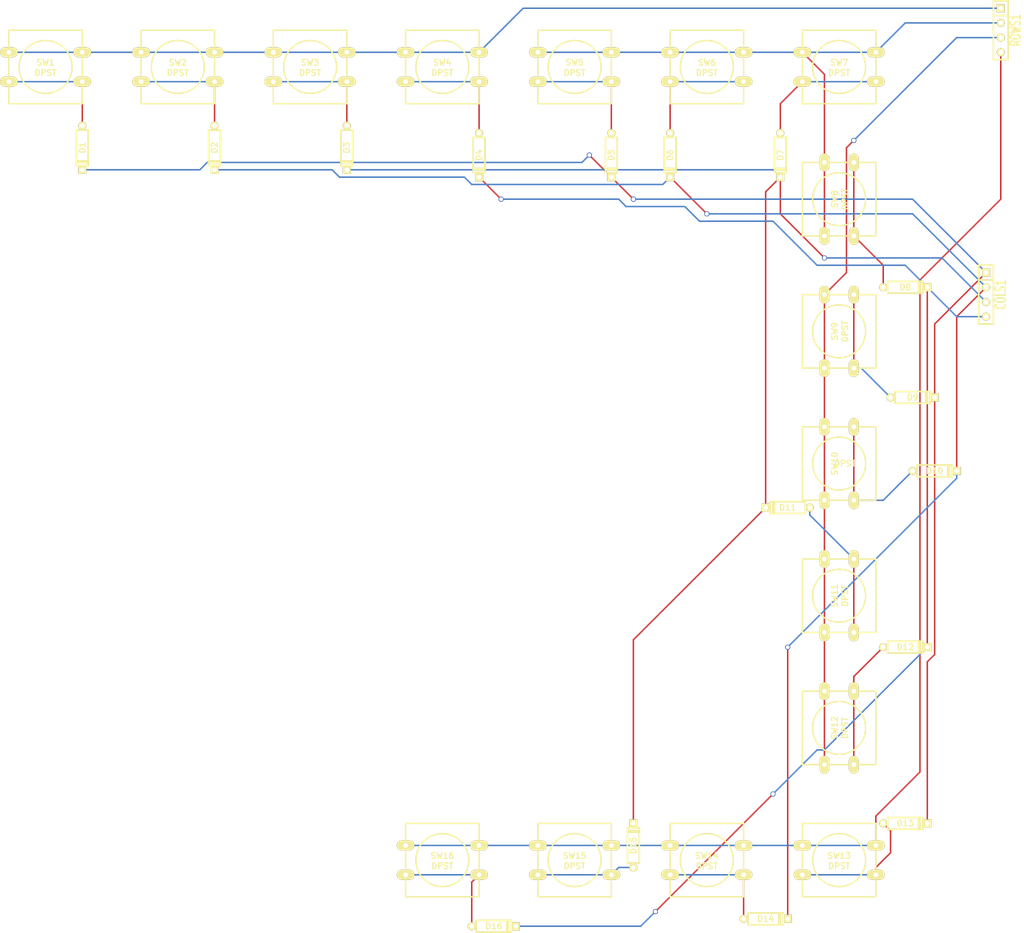
<source format=kicad_pcb>
(kicad_pcb (version 3) (host pcbnew "(2013-mar-25)-stable")

  (general
    (links 80)
    (no_connects 0)
    (area 170.18 90.17 347.98 252.73)
    (thickness 1.6)
    (drawings 0)
    (tracks 150)
    (zones 0)
    (modules 34)
    (nets 25)
  )

  (page A3)
  (layers
    (15 F.Cu signal)
    (0 B.Cu signal)
    (16 B.Adhes user)
    (17 F.Adhes user)
    (18 B.Paste user)
    (19 F.Paste user)
    (20 B.SilkS user)
    (21 F.SilkS user)
    (22 B.Mask user)
    (23 F.Mask user)
    (24 Dwgs.User user)
    (25 Cmts.User user)
    (26 Eco1.User user)
    (27 Eco2.User user)
    (28 Edge.Cuts user)
  )

  (setup
    (last_trace_width 0.254)
    (trace_clearance 0.254)
    (zone_clearance 0.508)
    (zone_45_only no)
    (trace_min 0.254)
    (segment_width 0.2)
    (edge_width 0.15)
    (via_size 0.889)
    (via_drill 0.635)
    (via_min_size 0.889)
    (via_min_drill 0.508)
    (uvia_size 0.508)
    (uvia_drill 0.127)
    (uvias_allowed no)
    (uvia_min_size 0.508)
    (uvia_min_drill 0.127)
    (pcb_text_width 0.3)
    (pcb_text_size 1.5 1.5)
    (mod_edge_width 0.15)
    (mod_text_size 1.5 1.5)
    (mod_text_width 0.15)
    (pad_size 1.524 1.524)
    (pad_drill 0.762)
    (pad_to_mask_clearance 0.2)
    (aux_axis_origin 0 0)
    (visible_elements FFFFFFBF)
    (pcbplotparams
      (layerselection 3178497)
      (usegerberextensions true)
      (excludeedgelayer true)
      (linewidth 100000)
      (plotframeref false)
      (viasonmask false)
      (mode 1)
      (useauxorigin false)
      (hpglpennumber 1)
      (hpglpenspeed 20)
      (hpglpendiameter 15)
      (hpglpenoverlay 2)
      (psnegative false)
      (psa4output false)
      (plotreference true)
      (plotvalue true)
      (plotothertext true)
      (plotinvisibletext false)
      (padsonsilk false)
      (subtractmaskfromsilk false)
      (outputformat 1)
      (mirror false)
      (drillshape 1)
      (scaleselection 1)
      (outputdirectory ""))
  )

  (net 0 "")
  (net 1 /a1)
  (net 2 /a2)
  (net 3 /a3)
  (net 4 /a4)
  (net 5 /c1)
  (net 6 /c2)
  (net 7 /c3)
  (net 8 /c4)
  (net 9 N-0000010)
  (net 10 N-0000012)
  (net 11 N-0000014)
  (net 12 N-0000015)
  (net 13 N-0000016)
  (net 14 N-0000017)
  (net 15 N-0000018)
  (net 16 N-0000019)
  (net 17 N-0000021)
  (net 18 N-0000022)
  (net 19 N-0000023)
  (net 20 N-0000024)
  (net 21 N-000003)
  (net 22 N-000005)
  (net 23 N-000007)
  (net 24 N-000008)

  (net_class Default "This is the default net class."
    (clearance 0.254)
    (trace_width 0.254)
    (via_dia 0.889)
    (via_drill 0.635)
    (uvia_dia 0.508)
    (uvia_drill 0.127)
    (add_net "")
    (add_net /a1)
    (add_net /a2)
    (add_net /a3)
    (add_net /a4)
    (add_net /c1)
    (add_net /c2)
    (add_net /c3)
    (add_net /c4)
    (add_net N-0000010)
    (add_net N-0000012)
    (add_net N-0000014)
    (add_net N-0000015)
    (add_net N-0000016)
    (add_net N-0000017)
    (add_net N-0000018)
    (add_net N-0000019)
    (add_net N-0000021)
    (add_net N-0000022)
    (add_net N-0000023)
    (add_net N-0000024)
    (add_net N-000003)
    (add_net N-000005)
    (add_net N-000007)
    (add_net N-000008)
  )

  (module SW_PUSH-12mm (layer F.Cu) (tedit 5214EF60) (tstamp 5214D9DF)
    (at 316.23 148.59 90)
    (path /5214D1C4)
    (fp_text reference SW9 (at 0 -0.762 90) (layer F.SilkS)
      (effects (font (size 1.016 1.016) (thickness 0.2032)))
    )
    (fp_text value DPST (at 0 1.016 90) (layer F.SilkS)
      (effects (font (size 1.016 1.016) (thickness 0.2032)))
    )
    (fp_circle (center 0 0) (end 3.81 2.54) (layer F.SilkS) (width 0.254))
    (fp_line (start -6.35 -6.35) (end 6.35 -6.35) (layer F.SilkS) (width 0.254))
    (fp_line (start 6.35 -6.35) (end 6.35 6.35) (layer F.SilkS) (width 0.254))
    (fp_line (start 6.35 6.35) (end -6.35 6.35) (layer F.SilkS) (width 0.254))
    (fp_line (start -6.35 6.35) (end -6.35 -6.35) (layer F.SilkS) (width 0.254))
    (pad 1 thru_hole oval (at 6.35 -2.54 90) (size 3.048 1.7272) (drill 0.8128)
      (layers *.Cu *.Mask F.SilkS)
      (net 3 /a3)
    )
    (pad 2 thru_hole oval (at 6.35 2.54 90) (size 3.048 1.7272) (drill 0.8128)
      (layers *.Cu *.Mask F.SilkS)
      (net 22 N-000005)
    )
    (pad 1 thru_hole oval (at -6.35 -2.54 90) (size 3.048 1.7272) (drill 0.8128)
      (layers *.Cu *.Mask F.SilkS)
      (net 3 /a3)
    )
    (pad 2 thru_hole oval (at -6.35 2.54 90) (size 3.048 1.7272) (drill 0.8128)
      (layers *.Cu *.Mask F.SilkS)
      (net 22 N-000005)
    )
  )

  (module SW_PUSH-12mm (layer F.Cu) (tedit 4C612761) (tstamp 5214D9EC)
    (at 316.23 125.73 90)
    (path /5214CF8D)
    (fp_text reference SW8 (at 0 -0.762 90) (layer F.SilkS)
      (effects (font (size 1.016 1.016) (thickness 0.2032)))
    )
    (fp_text value DPST (at 0 1.016 90) (layer F.SilkS)
      (effects (font (size 1.016 1.016) (thickness 0.2032)))
    )
    (fp_circle (center 0 0) (end 3.81 2.54) (layer F.SilkS) (width 0.254))
    (fp_line (start -6.35 -6.35) (end 6.35 -6.35) (layer F.SilkS) (width 0.254))
    (fp_line (start 6.35 -6.35) (end 6.35 6.35) (layer F.SilkS) (width 0.254))
    (fp_line (start 6.35 6.35) (end -6.35 6.35) (layer F.SilkS) (width 0.254))
    (fp_line (start -6.35 6.35) (end -6.35 -6.35) (layer F.SilkS) (width 0.254))
    (pad 1 thru_hole oval (at 6.35 -2.54 90) (size 3.048 1.7272) (drill 0.8128)
      (layers *.Cu *.Mask F.SilkS)
      (net 2 /a2)
    )
    (pad 2 thru_hole oval (at 6.35 2.54 90) (size 3.048 1.7272) (drill 0.8128)
      (layers *.Cu *.Mask F.SilkS)
      (net 19 N-0000023)
    )
    (pad 1 thru_hole oval (at -6.35 -2.54 90) (size 3.048 1.7272) (drill 0.8128)
      (layers *.Cu *.Mask F.SilkS)
      (net 2 /a2)
    )
    (pad 2 thru_hole oval (at -6.35 2.54 90) (size 3.048 1.7272) (drill 0.8128)
      (layers *.Cu *.Mask F.SilkS)
      (net 19 N-0000023)
    )
  )

  (module SW_PUSH-12mm (layer F.Cu) (tedit 4C612761) (tstamp 5214D9F9)
    (at 179.07 102.87)
    (path /5214C224)
    (fp_text reference SW1 (at 0 -0.762) (layer F.SilkS)
      (effects (font (size 1.016 1.016) (thickness 0.2032)))
    )
    (fp_text value DPST (at 0 1.016) (layer F.SilkS)
      (effects (font (size 1.016 1.016) (thickness 0.2032)))
    )
    (fp_circle (center 0 0) (end 3.81 2.54) (layer F.SilkS) (width 0.254))
    (fp_line (start -6.35 -6.35) (end 6.35 -6.35) (layer F.SilkS) (width 0.254))
    (fp_line (start 6.35 -6.35) (end 6.35 6.35) (layer F.SilkS) (width 0.254))
    (fp_line (start 6.35 6.35) (end -6.35 6.35) (layer F.SilkS) (width 0.254))
    (fp_line (start -6.35 6.35) (end -6.35 -6.35) (layer F.SilkS) (width 0.254))
    (pad 1 thru_hole oval (at 6.35 -2.54) (size 3.048 1.7272) (drill 0.8128)
      (layers *.Cu *.Mask F.SilkS)
      (net 1 /a1)
    )
    (pad 2 thru_hole oval (at 6.35 2.54) (size 3.048 1.7272) (drill 0.8128)
      (layers *.Cu *.Mask F.SilkS)
      (net 11 N-0000014)
    )
    (pad 1 thru_hole oval (at -6.35 -2.54) (size 3.048 1.7272) (drill 0.8128)
      (layers *.Cu *.Mask F.SilkS)
      (net 1 /a1)
    )
    (pad 2 thru_hole oval (at -6.35 2.54) (size 3.048 1.7272) (drill 0.8128)
      (layers *.Cu *.Mask F.SilkS)
      (net 11 N-0000014)
    )
  )

  (module SW_PUSH-12mm (layer F.Cu) (tedit 4C612761) (tstamp 5214DA06)
    (at 201.93 102.87)
    (path /5214C23F)
    (fp_text reference SW2 (at 0 -0.762) (layer F.SilkS)
      (effects (font (size 1.016 1.016) (thickness 0.2032)))
    )
    (fp_text value DPST (at 0 1.016) (layer F.SilkS)
      (effects (font (size 1.016 1.016) (thickness 0.2032)))
    )
    (fp_circle (center 0 0) (end 3.81 2.54) (layer F.SilkS) (width 0.254))
    (fp_line (start -6.35 -6.35) (end 6.35 -6.35) (layer F.SilkS) (width 0.254))
    (fp_line (start 6.35 -6.35) (end 6.35 6.35) (layer F.SilkS) (width 0.254))
    (fp_line (start 6.35 6.35) (end -6.35 6.35) (layer F.SilkS) (width 0.254))
    (fp_line (start -6.35 6.35) (end -6.35 -6.35) (layer F.SilkS) (width 0.254))
    (pad 1 thru_hole oval (at 6.35 -2.54) (size 3.048 1.7272) (drill 0.8128)
      (layers *.Cu *.Mask F.SilkS)
      (net 1 /a1)
    )
    (pad 2 thru_hole oval (at 6.35 2.54) (size 3.048 1.7272) (drill 0.8128)
      (layers *.Cu *.Mask F.SilkS)
      (net 14 N-0000017)
    )
    (pad 1 thru_hole oval (at -6.35 -2.54) (size 3.048 1.7272) (drill 0.8128)
      (layers *.Cu *.Mask F.SilkS)
      (net 1 /a1)
    )
    (pad 2 thru_hole oval (at -6.35 2.54) (size 3.048 1.7272) (drill 0.8128)
      (layers *.Cu *.Mask F.SilkS)
      (net 14 N-0000017)
    )
  )

  (module SW_PUSH-12mm (layer F.Cu) (tedit 4C612761) (tstamp 5214DA13)
    (at 224.79 102.87)
    (path /5214C24A)
    (fp_text reference SW3 (at 0 -0.762) (layer F.SilkS)
      (effects (font (size 1.016 1.016) (thickness 0.2032)))
    )
    (fp_text value DPST (at 0 1.016) (layer F.SilkS)
      (effects (font (size 1.016 1.016) (thickness 0.2032)))
    )
    (fp_circle (center 0 0) (end 3.81 2.54) (layer F.SilkS) (width 0.254))
    (fp_line (start -6.35 -6.35) (end 6.35 -6.35) (layer F.SilkS) (width 0.254))
    (fp_line (start 6.35 -6.35) (end 6.35 6.35) (layer F.SilkS) (width 0.254))
    (fp_line (start 6.35 6.35) (end -6.35 6.35) (layer F.SilkS) (width 0.254))
    (fp_line (start -6.35 6.35) (end -6.35 -6.35) (layer F.SilkS) (width 0.254))
    (pad 1 thru_hole oval (at 6.35 -2.54) (size 3.048 1.7272) (drill 0.8128)
      (layers *.Cu *.Mask F.SilkS)
      (net 1 /a1)
    )
    (pad 2 thru_hole oval (at 6.35 2.54) (size 3.048 1.7272) (drill 0.8128)
      (layers *.Cu *.Mask F.SilkS)
      (net 15 N-0000018)
    )
    (pad 1 thru_hole oval (at -6.35 -2.54) (size 3.048 1.7272) (drill 0.8128)
      (layers *.Cu *.Mask F.SilkS)
      (net 1 /a1)
    )
    (pad 2 thru_hole oval (at -6.35 2.54) (size 3.048 1.7272) (drill 0.8128)
      (layers *.Cu *.Mask F.SilkS)
      (net 15 N-0000018)
    )
  )

  (module SW_PUSH-12mm (layer F.Cu) (tedit 4C612761) (tstamp 5214DA20)
    (at 247.65 102.87)
    (path /5214C252)
    (fp_text reference SW4 (at 0 -0.762) (layer F.SilkS)
      (effects (font (size 1.016 1.016) (thickness 0.2032)))
    )
    (fp_text value DPST (at 0 1.016) (layer F.SilkS)
      (effects (font (size 1.016 1.016) (thickness 0.2032)))
    )
    (fp_circle (center 0 0) (end 3.81 2.54) (layer F.SilkS) (width 0.254))
    (fp_line (start -6.35 -6.35) (end 6.35 -6.35) (layer F.SilkS) (width 0.254))
    (fp_line (start 6.35 -6.35) (end 6.35 6.35) (layer F.SilkS) (width 0.254))
    (fp_line (start 6.35 6.35) (end -6.35 6.35) (layer F.SilkS) (width 0.254))
    (fp_line (start -6.35 6.35) (end -6.35 -6.35) (layer F.SilkS) (width 0.254))
    (pad 1 thru_hole oval (at 6.35 -2.54) (size 3.048 1.7272) (drill 0.8128)
      (layers *.Cu *.Mask F.SilkS)
      (net 1 /a1)
    )
    (pad 2 thru_hole oval (at 6.35 2.54) (size 3.048 1.7272) (drill 0.8128)
      (layers *.Cu *.Mask F.SilkS)
      (net 16 N-0000019)
    )
    (pad 1 thru_hole oval (at -6.35 -2.54) (size 3.048 1.7272) (drill 0.8128)
      (layers *.Cu *.Mask F.SilkS)
      (net 1 /a1)
    )
    (pad 2 thru_hole oval (at -6.35 2.54) (size 3.048 1.7272) (drill 0.8128)
      (layers *.Cu *.Mask F.SilkS)
      (net 16 N-0000019)
    )
  )

  (module SW_PUSH-12mm (layer F.Cu) (tedit 4C612761) (tstamp 5214EFBF)
    (at 316.23 102.87)
    (path /5214CF87)
    (fp_text reference SW7 (at 0 -0.762) (layer F.SilkS)
      (effects (font (size 1.016 1.016) (thickness 0.2032)))
    )
    (fp_text value DPST (at 0 1.016) (layer F.SilkS)
      (effects (font (size 1.016 1.016) (thickness 0.2032)))
    )
    (fp_circle (center 0 0) (end 3.81 2.54) (layer F.SilkS) (width 0.254))
    (fp_line (start -6.35 -6.35) (end 6.35 -6.35) (layer F.SilkS) (width 0.254))
    (fp_line (start 6.35 -6.35) (end 6.35 6.35) (layer F.SilkS) (width 0.254))
    (fp_line (start 6.35 6.35) (end -6.35 6.35) (layer F.SilkS) (width 0.254))
    (fp_line (start -6.35 6.35) (end -6.35 -6.35) (layer F.SilkS) (width 0.254))
    (pad 1 thru_hole oval (at 6.35 -2.54) (size 3.048 1.7272) (drill 0.8128)
      (layers *.Cu *.Mask F.SilkS)
      (net 2 /a2)
    )
    (pad 2 thru_hole oval (at 6.35 2.54) (size 3.048 1.7272) (drill 0.8128)
      (layers *.Cu *.Mask F.SilkS)
      (net 18 N-0000022)
    )
    (pad 1 thru_hole oval (at -6.35 -2.54) (size 3.048 1.7272) (drill 0.8128)
      (layers *.Cu *.Mask F.SilkS)
      (net 2 /a2)
    )
    (pad 2 thru_hole oval (at -6.35 2.54) (size 3.048 1.7272) (drill 0.8128)
      (layers *.Cu *.Mask F.SilkS)
      (net 18 N-0000022)
    )
  )

  (module SW_PUSH-12mm (layer F.Cu) (tedit 4C612761) (tstamp 5214DA3A)
    (at 293.37 102.87)
    (path /5214CF81)
    (fp_text reference SW6 (at 0 -0.762) (layer F.SilkS)
      (effects (font (size 1.016 1.016) (thickness 0.2032)))
    )
    (fp_text value DPST (at 0 1.016) (layer F.SilkS)
      (effects (font (size 1.016 1.016) (thickness 0.2032)))
    )
    (fp_circle (center 0 0) (end 3.81 2.54) (layer F.SilkS) (width 0.254))
    (fp_line (start -6.35 -6.35) (end 6.35 -6.35) (layer F.SilkS) (width 0.254))
    (fp_line (start 6.35 -6.35) (end 6.35 6.35) (layer F.SilkS) (width 0.254))
    (fp_line (start 6.35 6.35) (end -6.35 6.35) (layer F.SilkS) (width 0.254))
    (fp_line (start -6.35 6.35) (end -6.35 -6.35) (layer F.SilkS) (width 0.254))
    (pad 1 thru_hole oval (at 6.35 -2.54) (size 3.048 1.7272) (drill 0.8128)
      (layers *.Cu *.Mask F.SilkS)
      (net 2 /a2)
    )
    (pad 2 thru_hole oval (at 6.35 2.54) (size 3.048 1.7272) (drill 0.8128)
      (layers *.Cu *.Mask F.SilkS)
      (net 17 N-0000021)
    )
    (pad 1 thru_hole oval (at -6.35 -2.54) (size 3.048 1.7272) (drill 0.8128)
      (layers *.Cu *.Mask F.SilkS)
      (net 2 /a2)
    )
    (pad 2 thru_hole oval (at -6.35 2.54) (size 3.048 1.7272) (drill 0.8128)
      (layers *.Cu *.Mask F.SilkS)
      (net 17 N-0000021)
    )
  )

  (module SW_PUSH-12mm (layer F.Cu) (tedit 5214EF19) (tstamp 5214DA47)
    (at 316.23 171.45 90)
    (path /5214D1CA)
    (fp_text reference SW10 (at 0 -0.762 90) (layer F.SilkS)
      (effects (font (size 1.016 1.016) (thickness 0.2032)))
    )
    (fp_text value DPST (at 0 1.016 180) (layer F.SilkS)
      (effects (font (size 1.016 1.016) (thickness 0.2032)))
    )
    (fp_circle (center 0 0) (end 3.81 2.54) (layer F.SilkS) (width 0.254))
    (fp_line (start -6.35 -6.35) (end 6.35 -6.35) (layer F.SilkS) (width 0.254))
    (fp_line (start 6.35 -6.35) (end 6.35 6.35) (layer F.SilkS) (width 0.254))
    (fp_line (start 6.35 6.35) (end -6.35 6.35) (layer F.SilkS) (width 0.254))
    (fp_line (start -6.35 6.35) (end -6.35 -6.35) (layer F.SilkS) (width 0.254))
    (pad 1 thru_hole oval (at 6.35 -2.54 90) (size 3.048 1.7272) (drill 0.8128)
      (layers *.Cu *.Mask F.SilkS)
      (net 3 /a3)
    )
    (pad 2 thru_hole oval (at 6.35 2.54 90) (size 3.048 1.7272) (drill 0.8128)
      (layers *.Cu *.Mask F.SilkS)
      (net 9 N-0000010)
    )
    (pad 1 thru_hole oval (at -6.35 -2.54 90) (size 3.048 1.7272) (drill 0.8128)
      (layers *.Cu *.Mask F.SilkS)
      (net 3 /a3)
    )
    (pad 2 thru_hole oval (at -6.35 2.54 90) (size 3.048 1.7272) (drill 0.8128)
      (layers *.Cu *.Mask F.SilkS)
      (net 9 N-0000010)
    )
  )

  (module SW_PUSH-12mm (layer F.Cu) (tedit 4C612761) (tstamp 5214DA54)
    (at 247.65 240.03)
    (path /5214D23B)
    (fp_text reference SW16 (at 0 -0.762) (layer F.SilkS)
      (effects (font (size 1.016 1.016) (thickness 0.2032)))
    )
    (fp_text value DPST (at 0 1.016) (layer F.SilkS)
      (effects (font (size 1.016 1.016) (thickness 0.2032)))
    )
    (fp_circle (center 0 0) (end 3.81 2.54) (layer F.SilkS) (width 0.254))
    (fp_line (start -6.35 -6.35) (end 6.35 -6.35) (layer F.SilkS) (width 0.254))
    (fp_line (start 6.35 -6.35) (end 6.35 6.35) (layer F.SilkS) (width 0.254))
    (fp_line (start 6.35 6.35) (end -6.35 6.35) (layer F.SilkS) (width 0.254))
    (fp_line (start -6.35 6.35) (end -6.35 -6.35) (layer F.SilkS) (width 0.254))
    (pad 1 thru_hole oval (at 6.35 -2.54) (size 3.048 1.7272) (drill 0.8128)
      (layers *.Cu *.Mask F.SilkS)
      (net 4 /a4)
    )
    (pad 2 thru_hole oval (at 6.35 2.54) (size 3.048 1.7272) (drill 0.8128)
      (layers *.Cu *.Mask F.SilkS)
      (net 13 N-0000016)
    )
    (pad 1 thru_hole oval (at -6.35 -2.54) (size 3.048 1.7272) (drill 0.8128)
      (layers *.Cu *.Mask F.SilkS)
      (net 4 /a4)
    )
    (pad 2 thru_hole oval (at -6.35 2.54) (size 3.048 1.7272) (drill 0.8128)
      (layers *.Cu *.Mask F.SilkS)
      (net 13 N-0000016)
    )
  )

  (module SW_PUSH-12mm (layer F.Cu) (tedit 4C612761) (tstamp 5214DA61)
    (at 270.51 102.87)
    (path /5214C67D)
    (fp_text reference SW5 (at 0 -0.762) (layer F.SilkS)
      (effects (font (size 1.016 1.016) (thickness 0.2032)))
    )
    (fp_text value DPST (at 0 1.016) (layer F.SilkS)
      (effects (font (size 1.016 1.016) (thickness 0.2032)))
    )
    (fp_circle (center 0 0) (end 3.81 2.54) (layer F.SilkS) (width 0.254))
    (fp_line (start -6.35 -6.35) (end 6.35 -6.35) (layer F.SilkS) (width 0.254))
    (fp_line (start 6.35 -6.35) (end 6.35 6.35) (layer F.SilkS) (width 0.254))
    (fp_line (start 6.35 6.35) (end -6.35 6.35) (layer F.SilkS) (width 0.254))
    (fp_line (start -6.35 6.35) (end -6.35 -6.35) (layer F.SilkS) (width 0.254))
    (pad 1 thru_hole oval (at 6.35 -2.54) (size 3.048 1.7272) (drill 0.8128)
      (layers *.Cu *.Mask F.SilkS)
      (net 2 /a2)
    )
    (pad 2 thru_hole oval (at 6.35 2.54) (size 3.048 1.7272) (drill 0.8128)
      (layers *.Cu *.Mask F.SilkS)
      (net 20 N-0000024)
    )
    (pad 1 thru_hole oval (at -6.35 -2.54) (size 3.048 1.7272) (drill 0.8128)
      (layers *.Cu *.Mask F.SilkS)
      (net 2 /a2)
    )
    (pad 2 thru_hole oval (at -6.35 2.54) (size 3.048 1.7272) (drill 0.8128)
      (layers *.Cu *.Mask F.SilkS)
      (net 20 N-0000024)
    )
  )

  (module SW_PUSH-12mm (layer F.Cu) (tedit 4C612761) (tstamp 5214DA6E)
    (at 293.37 240.03)
    (path /5214D22F)
    (fp_text reference SW14 (at 0 -0.762) (layer F.SilkS)
      (effects (font (size 1.016 1.016) (thickness 0.2032)))
    )
    (fp_text value DPST (at 0 1.016) (layer F.SilkS)
      (effects (font (size 1.016 1.016) (thickness 0.2032)))
    )
    (fp_circle (center 0 0) (end 3.81 2.54) (layer F.SilkS) (width 0.254))
    (fp_line (start -6.35 -6.35) (end 6.35 -6.35) (layer F.SilkS) (width 0.254))
    (fp_line (start 6.35 -6.35) (end 6.35 6.35) (layer F.SilkS) (width 0.254))
    (fp_line (start 6.35 6.35) (end -6.35 6.35) (layer F.SilkS) (width 0.254))
    (fp_line (start -6.35 6.35) (end -6.35 -6.35) (layer F.SilkS) (width 0.254))
    (pad 1 thru_hole oval (at 6.35 -2.54) (size 3.048 1.7272) (drill 0.8128)
      (layers *.Cu *.Mask F.SilkS)
      (net 4 /a4)
    )
    (pad 2 thru_hole oval (at 6.35 2.54) (size 3.048 1.7272) (drill 0.8128)
      (layers *.Cu *.Mask F.SilkS)
      (net 21 N-000003)
    )
    (pad 1 thru_hole oval (at -6.35 -2.54) (size 3.048 1.7272) (drill 0.8128)
      (layers *.Cu *.Mask F.SilkS)
      (net 4 /a4)
    )
    (pad 2 thru_hole oval (at -6.35 2.54) (size 3.048 1.7272) (drill 0.8128)
      (layers *.Cu *.Mask F.SilkS)
      (net 21 N-000003)
    )
  )

  (module SW_PUSH-12mm (layer F.Cu) (tedit 4C612761) (tstamp 5214DA7B)
    (at 316.23 194.31 90)
    (path /5214D1D0)
    (fp_text reference SW11 (at 0 -0.762 90) (layer F.SilkS)
      (effects (font (size 1.016 1.016) (thickness 0.2032)))
    )
    (fp_text value DPST (at 0 1.016 90) (layer F.SilkS)
      (effects (font (size 1.016 1.016) (thickness 0.2032)))
    )
    (fp_circle (center 0 0) (end 3.81 2.54) (layer F.SilkS) (width 0.254))
    (fp_line (start -6.35 -6.35) (end 6.35 -6.35) (layer F.SilkS) (width 0.254))
    (fp_line (start 6.35 -6.35) (end 6.35 6.35) (layer F.SilkS) (width 0.254))
    (fp_line (start 6.35 6.35) (end -6.35 6.35) (layer F.SilkS) (width 0.254))
    (fp_line (start -6.35 6.35) (end -6.35 -6.35) (layer F.SilkS) (width 0.254))
    (pad 1 thru_hole oval (at 6.35 -2.54 90) (size 3.048 1.7272) (drill 0.8128)
      (layers *.Cu *.Mask F.SilkS)
      (net 3 /a3)
    )
    (pad 2 thru_hole oval (at 6.35 2.54 90) (size 3.048 1.7272) (drill 0.8128)
      (layers *.Cu *.Mask F.SilkS)
      (net 23 N-000007)
    )
    (pad 1 thru_hole oval (at -6.35 -2.54 90) (size 3.048 1.7272) (drill 0.8128)
      (layers *.Cu *.Mask F.SilkS)
      (net 3 /a3)
    )
    (pad 2 thru_hole oval (at -6.35 2.54 90) (size 3.048 1.7272) (drill 0.8128)
      (layers *.Cu *.Mask F.SilkS)
      (net 23 N-000007)
    )
  )

  (module SW_PUSH-12mm (layer F.Cu) (tedit 4C612761) (tstamp 5214DA88)
    (at 316.23 240.03)
    (path /5214D218)
    (fp_text reference SW13 (at 0 -0.762) (layer F.SilkS)
      (effects (font (size 1.016 1.016) (thickness 0.2032)))
    )
    (fp_text value DPST (at 0 1.016) (layer F.SilkS)
      (effects (font (size 1.016 1.016) (thickness 0.2032)))
    )
    (fp_circle (center 0 0) (end 3.81 2.54) (layer F.SilkS) (width 0.254))
    (fp_line (start -6.35 -6.35) (end 6.35 -6.35) (layer F.SilkS) (width 0.254))
    (fp_line (start 6.35 -6.35) (end 6.35 6.35) (layer F.SilkS) (width 0.254))
    (fp_line (start 6.35 6.35) (end -6.35 6.35) (layer F.SilkS) (width 0.254))
    (fp_line (start -6.35 6.35) (end -6.35 -6.35) (layer F.SilkS) (width 0.254))
    (pad 1 thru_hole oval (at 6.35 -2.54) (size 3.048 1.7272) (drill 0.8128)
      (layers *.Cu *.Mask F.SilkS)
      (net 4 /a4)
    )
    (pad 2 thru_hole oval (at 6.35 2.54) (size 3.048 1.7272) (drill 0.8128)
      (layers *.Cu *.Mask F.SilkS)
      (net 10 N-0000012)
    )
    (pad 1 thru_hole oval (at -6.35 -2.54) (size 3.048 1.7272) (drill 0.8128)
      (layers *.Cu *.Mask F.SilkS)
      (net 4 /a4)
    )
    (pad 2 thru_hole oval (at -6.35 2.54) (size 3.048 1.7272) (drill 0.8128)
      (layers *.Cu *.Mask F.SilkS)
      (net 10 N-0000012)
    )
  )

  (module SW_PUSH-12mm (layer F.Cu) (tedit 4C612761) (tstamp 5214DA95)
    (at 270.51 240.03)
    (path /5214D235)
    (fp_text reference SW15 (at 0 -0.762) (layer F.SilkS)
      (effects (font (size 1.016 1.016) (thickness 0.2032)))
    )
    (fp_text value DPST (at 0 1.016) (layer F.SilkS)
      (effects (font (size 1.016 1.016) (thickness 0.2032)))
    )
    (fp_circle (center 0 0) (end 3.81 2.54) (layer F.SilkS) (width 0.254))
    (fp_line (start -6.35 -6.35) (end 6.35 -6.35) (layer F.SilkS) (width 0.254))
    (fp_line (start 6.35 -6.35) (end 6.35 6.35) (layer F.SilkS) (width 0.254))
    (fp_line (start 6.35 6.35) (end -6.35 6.35) (layer F.SilkS) (width 0.254))
    (fp_line (start -6.35 6.35) (end -6.35 -6.35) (layer F.SilkS) (width 0.254))
    (pad 1 thru_hole oval (at 6.35 -2.54) (size 3.048 1.7272) (drill 0.8128)
      (layers *.Cu *.Mask F.SilkS)
      (net 4 /a4)
    )
    (pad 2 thru_hole oval (at 6.35 2.54) (size 3.048 1.7272) (drill 0.8128)
      (layers *.Cu *.Mask F.SilkS)
      (net 12 N-0000015)
    )
    (pad 1 thru_hole oval (at -6.35 -2.54) (size 3.048 1.7272) (drill 0.8128)
      (layers *.Cu *.Mask F.SilkS)
      (net 4 /a4)
    )
    (pad 2 thru_hole oval (at -6.35 2.54) (size 3.048 1.7272) (drill 0.8128)
      (layers *.Cu *.Mask F.SilkS)
      (net 12 N-0000015)
    )
  )

  (module SW_PUSH-12mm (layer F.Cu) (tedit 4C612761) (tstamp 5214DAA2)
    (at 316.23 217.17 90)
    (path /5214D1D6)
    (fp_text reference SW12 (at 0 -0.762 90) (layer F.SilkS)
      (effects (font (size 1.016 1.016) (thickness 0.2032)))
    )
    (fp_text value DPST (at 0 1.016 90) (layer F.SilkS)
      (effects (font (size 1.016 1.016) (thickness 0.2032)))
    )
    (fp_circle (center 0 0) (end 3.81 2.54) (layer F.SilkS) (width 0.254))
    (fp_line (start -6.35 -6.35) (end 6.35 -6.35) (layer F.SilkS) (width 0.254))
    (fp_line (start 6.35 -6.35) (end 6.35 6.35) (layer F.SilkS) (width 0.254))
    (fp_line (start 6.35 6.35) (end -6.35 6.35) (layer F.SilkS) (width 0.254))
    (fp_line (start -6.35 6.35) (end -6.35 -6.35) (layer F.SilkS) (width 0.254))
    (pad 1 thru_hole oval (at 6.35 -2.54 90) (size 3.048 1.7272) (drill 0.8128)
      (layers *.Cu *.Mask F.SilkS)
      (net 3 /a3)
    )
    (pad 2 thru_hole oval (at 6.35 2.54 90) (size 3.048 1.7272) (drill 0.8128)
      (layers *.Cu *.Mask F.SilkS)
      (net 24 N-000008)
    )
    (pad 1 thru_hole oval (at -6.35 -2.54 90) (size 3.048 1.7272) (drill 0.8128)
      (layers *.Cu *.Mask F.SilkS)
      (net 3 /a3)
    )
    (pad 2 thru_hole oval (at -6.35 2.54 90) (size 3.048 1.7272) (drill 0.8128)
      (layers *.Cu *.Mask F.SilkS)
      (net 24 N-000008)
    )
  )

  (module SIL-4 (layer F.Cu) (tedit 200000) (tstamp 5214FF91)
    (at 341.63 142.24 270)
    (descr "Connecteur 4 pibs")
    (tags "CONN DEV")
    (path /5214C101)
    (fp_text reference COLS1 (at 0 -2.54 270) (layer F.SilkS)
      (effects (font (size 1.73482 1.08712) (thickness 0.3048)))
    )
    (fp_text value CONN_4 (at 0 -2.54 270) (layer F.SilkS) hide
      (effects (font (size 1.524 1.016) (thickness 0.3048)))
    )
    (fp_line (start -5.08 -1.27) (end -5.08 -1.27) (layer F.SilkS) (width 0.3048))
    (fp_line (start -5.08 1.27) (end -5.08 -1.27) (layer F.SilkS) (width 0.3048))
    (fp_line (start -5.08 -1.27) (end -5.08 -1.27) (layer F.SilkS) (width 0.3048))
    (fp_line (start -5.08 -1.27) (end 5.08 -1.27) (layer F.SilkS) (width 0.3048))
    (fp_line (start 5.08 -1.27) (end 5.08 1.27) (layer F.SilkS) (width 0.3048))
    (fp_line (start 5.08 1.27) (end -5.08 1.27) (layer F.SilkS) (width 0.3048))
    (fp_line (start -2.54 1.27) (end -2.54 -1.27) (layer F.SilkS) (width 0.3048))
    (pad 1 thru_hole rect (at -3.81 0 270) (size 1.397 1.397) (drill 0.8128)
      (layers *.Cu *.Mask F.SilkS)
      (net 5 /c1)
    )
    (pad 2 thru_hole circle (at -1.27 0 270) (size 1.397 1.397) (drill 0.8128)
      (layers *.Cu *.Mask F.SilkS)
      (net 6 /c2)
    )
    (pad 3 thru_hole circle (at 1.27 0 270) (size 1.397 1.397) (drill 0.8128)
      (layers *.Cu *.Mask F.SilkS)
      (net 7 /c3)
    )
    (pad 4 thru_hole circle (at 3.81 0 270) (size 1.397 1.397) (drill 0.8128)
      (layers *.Cu *.Mask F.SilkS)
      (net 8 /c4)
    )
  )

  (module SIL-4 (layer F.Cu) (tedit 200000) (tstamp 5214DAC0)
    (at 344.17 96.52 270)
    (descr "Connecteur 4 pibs")
    (tags "CONN DEV")
    (path /5214C0F4)
    (fp_text reference ROWS1 (at 0 -2.54 270) (layer F.SilkS)
      (effects (font (size 1.73482 1.08712) (thickness 0.3048)))
    )
    (fp_text value CONN_4 (at 0 -2.54 270) (layer F.SilkS) hide
      (effects (font (size 1.524 1.016) (thickness 0.3048)))
    )
    (fp_line (start -5.08 -1.27) (end -5.08 -1.27) (layer F.SilkS) (width 0.3048))
    (fp_line (start -5.08 1.27) (end -5.08 -1.27) (layer F.SilkS) (width 0.3048))
    (fp_line (start -5.08 -1.27) (end -5.08 -1.27) (layer F.SilkS) (width 0.3048))
    (fp_line (start -5.08 -1.27) (end 5.08 -1.27) (layer F.SilkS) (width 0.3048))
    (fp_line (start 5.08 -1.27) (end 5.08 1.27) (layer F.SilkS) (width 0.3048))
    (fp_line (start 5.08 1.27) (end -5.08 1.27) (layer F.SilkS) (width 0.3048))
    (fp_line (start -2.54 1.27) (end -2.54 -1.27) (layer F.SilkS) (width 0.3048))
    (pad 1 thru_hole rect (at -3.81 0 270) (size 1.397 1.397) (drill 0.8128)
      (layers *.Cu *.Mask F.SilkS)
      (net 1 /a1)
    )
    (pad 2 thru_hole circle (at -1.27 0 270) (size 1.397 1.397) (drill 0.8128)
      (layers *.Cu *.Mask F.SilkS)
      (net 2 /a2)
    )
    (pad 3 thru_hole circle (at 1.27 0 270) (size 1.397 1.397) (drill 0.8128)
      (layers *.Cu *.Mask F.SilkS)
      (net 3 /a3)
    )
    (pad 4 thru_hole circle (at 3.81 0 270) (size 1.397 1.397) (drill 0.8128)
      (layers *.Cu *.Mask F.SilkS)
      (net 4 /a4)
    )
  )

  (module D3 (layer F.Cu) (tedit 200000) (tstamp 5214DAD0)
    (at 332.74 172.72)
    (descr "Diode 3 pas")
    (tags "DIODE DEV")
    (path /5214D1EE)
    (fp_text reference D10 (at 0 0) (layer F.SilkS)
      (effects (font (size 1.016 1.016) (thickness 0.2032)))
    )
    (fp_text value DIODE (at 0 0) (layer F.SilkS) hide
      (effects (font (size 1.016 1.016) (thickness 0.2032)))
    )
    (fp_line (start 3.81 0) (end 3.048 0) (layer F.SilkS) (width 0.3048))
    (fp_line (start 3.048 0) (end 3.048 -1.016) (layer F.SilkS) (width 0.3048))
    (fp_line (start 3.048 -1.016) (end -3.048 -1.016) (layer F.SilkS) (width 0.3048))
    (fp_line (start -3.048 -1.016) (end -3.048 0) (layer F.SilkS) (width 0.3048))
    (fp_line (start -3.048 0) (end -3.81 0) (layer F.SilkS) (width 0.3048))
    (fp_line (start -3.048 0) (end -3.048 1.016) (layer F.SilkS) (width 0.3048))
    (fp_line (start -3.048 1.016) (end 3.048 1.016) (layer F.SilkS) (width 0.3048))
    (fp_line (start 3.048 1.016) (end 3.048 0) (layer F.SilkS) (width 0.3048))
    (fp_line (start 2.54 -1.016) (end 2.54 1.016) (layer F.SilkS) (width 0.3048))
    (fp_line (start 2.286 1.016) (end 2.286 -1.016) (layer F.SilkS) (width 0.3048))
    (pad 2 thru_hole rect (at 3.81 0) (size 1.397 1.397) (drill 0.8128)
      (layers *.Cu *.Mask F.SilkS)
      (net 6 /c2)
    )
    (pad 1 thru_hole circle (at -3.81 0) (size 1.397 1.397) (drill 0.8128)
      (layers *.Cu *.Mask F.SilkS)
      (net 9 N-0000010)
    )
    (model discret/diode.wrl
      (at (xyz 0 0 0))
      (scale (xyz 0.3 0.3 0.3))
      (rotate (xyz 0 0 0))
    )
  )

  (module D3 (layer F.Cu) (tedit 200000) (tstamp 5214DAE0)
    (at 327.66 203.2)
    (descr "Diode 3 pas")
    (tags "DIODE DEV")
    (path /5214D1FA)
    (fp_text reference D12 (at 0 0) (layer F.SilkS)
      (effects (font (size 1.016 1.016) (thickness 0.2032)))
    )
    (fp_text value DIODE (at 0 0) (layer F.SilkS) hide
      (effects (font (size 1.016 1.016) (thickness 0.2032)))
    )
    (fp_line (start 3.81 0) (end 3.048 0) (layer F.SilkS) (width 0.3048))
    (fp_line (start 3.048 0) (end 3.048 -1.016) (layer F.SilkS) (width 0.3048))
    (fp_line (start 3.048 -1.016) (end -3.048 -1.016) (layer F.SilkS) (width 0.3048))
    (fp_line (start -3.048 -1.016) (end -3.048 0) (layer F.SilkS) (width 0.3048))
    (fp_line (start -3.048 0) (end -3.81 0) (layer F.SilkS) (width 0.3048))
    (fp_line (start -3.048 0) (end -3.048 1.016) (layer F.SilkS) (width 0.3048))
    (fp_line (start -3.048 1.016) (end 3.048 1.016) (layer F.SilkS) (width 0.3048))
    (fp_line (start 3.048 1.016) (end 3.048 0) (layer F.SilkS) (width 0.3048))
    (fp_line (start 2.54 -1.016) (end 2.54 1.016) (layer F.SilkS) (width 0.3048))
    (fp_line (start 2.286 1.016) (end 2.286 -1.016) (layer F.SilkS) (width 0.3048))
    (pad 2 thru_hole rect (at 3.81 0) (size 1.397 1.397) (drill 0.8128)
      (layers *.Cu *.Mask F.SilkS)
      (net 8 /c4)
    )
    (pad 1 thru_hole circle (at -3.81 0) (size 1.397 1.397) (drill 0.8128)
      (layers *.Cu *.Mask F.SilkS)
      (net 24 N-000008)
    )
    (model discret/diode.wrl
      (at (xyz 0 0 0))
      (scale (xyz 0.3 0.3 0.3))
      (rotate (xyz 0 0 0))
    )
  )

  (module D3 (layer F.Cu) (tedit 200000) (tstamp 521500F6)
    (at 303.53 250.19)
    (descr "Diode 3 pas")
    (tags "DIODE DEV")
    (path /5214D241)
    (fp_text reference D14 (at 0 0) (layer F.SilkS)
      (effects (font (size 1.016 1.016) (thickness 0.2032)))
    )
    (fp_text value DIODE (at 0 0) (layer F.SilkS) hide
      (effects (font (size 1.016 1.016) (thickness 0.2032)))
    )
    (fp_line (start 3.81 0) (end 3.048 0) (layer F.SilkS) (width 0.3048))
    (fp_line (start 3.048 0) (end 3.048 -1.016) (layer F.SilkS) (width 0.3048))
    (fp_line (start 3.048 -1.016) (end -3.048 -1.016) (layer F.SilkS) (width 0.3048))
    (fp_line (start -3.048 -1.016) (end -3.048 0) (layer F.SilkS) (width 0.3048))
    (fp_line (start -3.048 0) (end -3.81 0) (layer F.SilkS) (width 0.3048))
    (fp_line (start -3.048 0) (end -3.048 1.016) (layer F.SilkS) (width 0.3048))
    (fp_line (start -3.048 1.016) (end 3.048 1.016) (layer F.SilkS) (width 0.3048))
    (fp_line (start 3.048 1.016) (end 3.048 0) (layer F.SilkS) (width 0.3048))
    (fp_line (start 2.54 -1.016) (end 2.54 1.016) (layer F.SilkS) (width 0.3048))
    (fp_line (start 2.286 1.016) (end 2.286 -1.016) (layer F.SilkS) (width 0.3048))
    (pad 2 thru_hole rect (at 3.81 0) (size 1.397 1.397) (drill 0.8128)
      (layers *.Cu *.Mask F.SilkS)
      (net 6 /c2)
    )
    (pad 1 thru_hole circle (at -3.81 0) (size 1.397 1.397) (drill 0.8128)
      (layers *.Cu *.Mask F.SilkS)
      (net 21 N-000003)
    )
    (model discret/diode.wrl
      (at (xyz 0 0 0))
      (scale (xyz 0.3 0.3 0.3))
      (rotate (xyz 0 0 0))
    )
  )

  (module D3 (layer F.Cu) (tedit 200000) (tstamp 5214DB00)
    (at 256.54 251.46)
    (descr "Diode 3 pas")
    (tags "DIODE DEV")
    (path /5214D24D)
    (fp_text reference D16 (at 0 0) (layer F.SilkS)
      (effects (font (size 1.016 1.016) (thickness 0.2032)))
    )
    (fp_text value DIODE (at 0 0) (layer F.SilkS) hide
      (effects (font (size 1.016 1.016) (thickness 0.2032)))
    )
    (fp_line (start 3.81 0) (end 3.048 0) (layer F.SilkS) (width 0.3048))
    (fp_line (start 3.048 0) (end 3.048 -1.016) (layer F.SilkS) (width 0.3048))
    (fp_line (start 3.048 -1.016) (end -3.048 -1.016) (layer F.SilkS) (width 0.3048))
    (fp_line (start -3.048 -1.016) (end -3.048 0) (layer F.SilkS) (width 0.3048))
    (fp_line (start -3.048 0) (end -3.81 0) (layer F.SilkS) (width 0.3048))
    (fp_line (start -3.048 0) (end -3.048 1.016) (layer F.SilkS) (width 0.3048))
    (fp_line (start -3.048 1.016) (end 3.048 1.016) (layer F.SilkS) (width 0.3048))
    (fp_line (start 3.048 1.016) (end 3.048 0) (layer F.SilkS) (width 0.3048))
    (fp_line (start 2.54 -1.016) (end 2.54 1.016) (layer F.SilkS) (width 0.3048))
    (fp_line (start 2.286 1.016) (end 2.286 -1.016) (layer F.SilkS) (width 0.3048))
    (pad 2 thru_hole rect (at 3.81 0) (size 1.397 1.397) (drill 0.8128)
      (layers *.Cu *.Mask F.SilkS)
      (net 8 /c4)
    )
    (pad 1 thru_hole circle (at -3.81 0) (size 1.397 1.397) (drill 0.8128)
      (layers *.Cu *.Mask F.SilkS)
      (net 13 N-0000016)
    )
    (model discret/diode.wrl
      (at (xyz 0 0 0))
      (scale (xyz 0.3 0.3 0.3))
      (rotate (xyz 0 0 0))
    )
  )

  (module D3 (layer F.Cu) (tedit 200000) (tstamp 521500E5)
    (at 328.93 160.02)
    (descr "Diode 3 pas")
    (tags "DIODE DEV")
    (path /5214D1E8)
    (fp_text reference D9 (at 0 0) (layer F.SilkS)
      (effects (font (size 1.016 1.016) (thickness 0.2032)))
    )
    (fp_text value DIODE (at 0 0) (layer F.SilkS) hide
      (effects (font (size 1.016 1.016) (thickness 0.2032)))
    )
    (fp_line (start 3.81 0) (end 3.048 0) (layer F.SilkS) (width 0.3048))
    (fp_line (start 3.048 0) (end 3.048 -1.016) (layer F.SilkS) (width 0.3048))
    (fp_line (start 3.048 -1.016) (end -3.048 -1.016) (layer F.SilkS) (width 0.3048))
    (fp_line (start -3.048 -1.016) (end -3.048 0) (layer F.SilkS) (width 0.3048))
    (fp_line (start -3.048 0) (end -3.81 0) (layer F.SilkS) (width 0.3048))
    (fp_line (start -3.048 0) (end -3.048 1.016) (layer F.SilkS) (width 0.3048))
    (fp_line (start -3.048 1.016) (end 3.048 1.016) (layer F.SilkS) (width 0.3048))
    (fp_line (start 3.048 1.016) (end 3.048 0) (layer F.SilkS) (width 0.3048))
    (fp_line (start 2.54 -1.016) (end 2.54 1.016) (layer F.SilkS) (width 0.3048))
    (fp_line (start 2.286 1.016) (end 2.286 -1.016) (layer F.SilkS) (width 0.3048))
    (pad 2 thru_hole rect (at 3.81 0) (size 1.397 1.397) (drill 0.8128)
      (layers *.Cu *.Mask F.SilkS)
      (net 5 /c1)
    )
    (pad 1 thru_hole circle (at -3.81 0) (size 1.397 1.397) (drill 0.8128)
      (layers *.Cu *.Mask F.SilkS)
      (net 22 N-000005)
    )
    (model discret/diode.wrl
      (at (xyz 0 0 0))
      (scale (xyz 0.3 0.3 0.3))
      (rotate (xyz 0 0 0))
    )
  )

  (module D3 (layer F.Cu) (tedit 200000) (tstamp 5214DB20)
    (at 327.66 140.97)
    (descr "Diode 3 pas")
    (tags "DIODE DEV")
    (path /5214CFAB)
    (fp_text reference D8 (at 0 0) (layer F.SilkS)
      (effects (font (size 1.016 1.016) (thickness 0.2032)))
    )
    (fp_text value DIODE (at 0 0) (layer F.SilkS) hide
      (effects (font (size 1.016 1.016) (thickness 0.2032)))
    )
    (fp_line (start 3.81 0) (end 3.048 0) (layer F.SilkS) (width 0.3048))
    (fp_line (start 3.048 0) (end 3.048 -1.016) (layer F.SilkS) (width 0.3048))
    (fp_line (start 3.048 -1.016) (end -3.048 -1.016) (layer F.SilkS) (width 0.3048))
    (fp_line (start -3.048 -1.016) (end -3.048 0) (layer F.SilkS) (width 0.3048))
    (fp_line (start -3.048 0) (end -3.81 0) (layer F.SilkS) (width 0.3048))
    (fp_line (start -3.048 0) (end -3.048 1.016) (layer F.SilkS) (width 0.3048))
    (fp_line (start -3.048 1.016) (end 3.048 1.016) (layer F.SilkS) (width 0.3048))
    (fp_line (start 3.048 1.016) (end 3.048 0) (layer F.SilkS) (width 0.3048))
    (fp_line (start 2.54 -1.016) (end 2.54 1.016) (layer F.SilkS) (width 0.3048))
    (fp_line (start 2.286 1.016) (end 2.286 -1.016) (layer F.SilkS) (width 0.3048))
    (pad 2 thru_hole rect (at 3.81 0) (size 1.397 1.397) (drill 0.8128)
      (layers *.Cu *.Mask F.SilkS)
      (net 8 /c4)
    )
    (pad 1 thru_hole circle (at -3.81 0) (size 1.397 1.397) (drill 0.8128)
      (layers *.Cu *.Mask F.SilkS)
      (net 19 N-0000023)
    )
    (model discret/diode.wrl
      (at (xyz 0 0 0))
      (scale (xyz 0.3 0.3 0.3))
      (rotate (xyz 0 0 0))
    )
  )

  (module D3 (layer F.Cu) (tedit 200000) (tstamp 521500D4)
    (at 306.07 118.11 270)
    (descr "Diode 3 pas")
    (tags "DIODE DEV")
    (path /5214CFA5)
    (fp_text reference D7 (at 0 0 270) (layer F.SilkS)
      (effects (font (size 1.016 1.016) (thickness 0.2032)))
    )
    (fp_text value DIODE (at 0 0 270) (layer F.SilkS) hide
      (effects (font (size 1.016 1.016) (thickness 0.2032)))
    )
    (fp_line (start 3.81 0) (end 3.048 0) (layer F.SilkS) (width 0.3048))
    (fp_line (start 3.048 0) (end 3.048 -1.016) (layer F.SilkS) (width 0.3048))
    (fp_line (start 3.048 -1.016) (end -3.048 -1.016) (layer F.SilkS) (width 0.3048))
    (fp_line (start -3.048 -1.016) (end -3.048 0) (layer F.SilkS) (width 0.3048))
    (fp_line (start -3.048 0) (end -3.81 0) (layer F.SilkS) (width 0.3048))
    (fp_line (start -3.048 0) (end -3.048 1.016) (layer F.SilkS) (width 0.3048))
    (fp_line (start -3.048 1.016) (end 3.048 1.016) (layer F.SilkS) (width 0.3048))
    (fp_line (start 3.048 1.016) (end 3.048 0) (layer F.SilkS) (width 0.3048))
    (fp_line (start 2.54 -1.016) (end 2.54 1.016) (layer F.SilkS) (width 0.3048))
    (fp_line (start 2.286 1.016) (end 2.286 -1.016) (layer F.SilkS) (width 0.3048))
    (pad 2 thru_hole rect (at 3.81 0 270) (size 1.397 1.397) (drill 0.8128)
      (layers *.Cu *.Mask F.SilkS)
      (net 7 /c3)
    )
    (pad 1 thru_hole circle (at -3.81 0 270) (size 1.397 1.397) (drill 0.8128)
      (layers *.Cu *.Mask F.SilkS)
      (net 18 N-0000022)
    )
    (model discret/diode.wrl
      (at (xyz 0 0 0))
      (scale (xyz 0.3 0.3 0.3))
      (rotate (xyz 0 0 0))
    )
  )

  (module D3 (layer F.Cu) (tedit 200000) (tstamp 5214DB40)
    (at 287.02 118.11 270)
    (descr "Diode 3 pas")
    (tags "DIODE DEV")
    (path /5214CF9F)
    (fp_text reference D6 (at 0 0 270) (layer F.SilkS)
      (effects (font (size 1.016 1.016) (thickness 0.2032)))
    )
    (fp_text value DIODE (at 0 0 270) (layer F.SilkS) hide
      (effects (font (size 1.016 1.016) (thickness 0.2032)))
    )
    (fp_line (start 3.81 0) (end 3.048 0) (layer F.SilkS) (width 0.3048))
    (fp_line (start 3.048 0) (end 3.048 -1.016) (layer F.SilkS) (width 0.3048))
    (fp_line (start 3.048 -1.016) (end -3.048 -1.016) (layer F.SilkS) (width 0.3048))
    (fp_line (start -3.048 -1.016) (end -3.048 0) (layer F.SilkS) (width 0.3048))
    (fp_line (start -3.048 0) (end -3.81 0) (layer F.SilkS) (width 0.3048))
    (fp_line (start -3.048 0) (end -3.048 1.016) (layer F.SilkS) (width 0.3048))
    (fp_line (start -3.048 1.016) (end 3.048 1.016) (layer F.SilkS) (width 0.3048))
    (fp_line (start 3.048 1.016) (end 3.048 0) (layer F.SilkS) (width 0.3048))
    (fp_line (start 2.54 -1.016) (end 2.54 1.016) (layer F.SilkS) (width 0.3048))
    (fp_line (start 2.286 1.016) (end 2.286 -1.016) (layer F.SilkS) (width 0.3048))
    (pad 2 thru_hole rect (at 3.81 0 270) (size 1.397 1.397) (drill 0.8128)
      (layers *.Cu *.Mask F.SilkS)
      (net 6 /c2)
    )
    (pad 1 thru_hole circle (at -3.81 0 270) (size 1.397 1.397) (drill 0.8128)
      (layers *.Cu *.Mask F.SilkS)
      (net 17 N-0000021)
    )
    (model discret/diode.wrl
      (at (xyz 0 0 0))
      (scale (xyz 0.3 0.3 0.3))
      (rotate (xyz 0 0 0))
    )
  )

  (module D3 (layer F.Cu) (tedit 200000) (tstamp 52150118)
    (at 280.67 237.49 90)
    (descr "Diode 3 pas")
    (tags "DIODE DEV")
    (path /5214D247)
    (fp_text reference D15 (at 0 0 90) (layer F.SilkS)
      (effects (font (size 1.016 1.016) (thickness 0.2032)))
    )
    (fp_text value DIODE (at 0 0 90) (layer F.SilkS) hide
      (effects (font (size 1.016 1.016) (thickness 0.2032)))
    )
    (fp_line (start 3.81 0) (end 3.048 0) (layer F.SilkS) (width 0.3048))
    (fp_line (start 3.048 0) (end 3.048 -1.016) (layer F.SilkS) (width 0.3048))
    (fp_line (start 3.048 -1.016) (end -3.048 -1.016) (layer F.SilkS) (width 0.3048))
    (fp_line (start -3.048 -1.016) (end -3.048 0) (layer F.SilkS) (width 0.3048))
    (fp_line (start -3.048 0) (end -3.81 0) (layer F.SilkS) (width 0.3048))
    (fp_line (start -3.048 0) (end -3.048 1.016) (layer F.SilkS) (width 0.3048))
    (fp_line (start -3.048 1.016) (end 3.048 1.016) (layer F.SilkS) (width 0.3048))
    (fp_line (start 3.048 1.016) (end 3.048 0) (layer F.SilkS) (width 0.3048))
    (fp_line (start 2.54 -1.016) (end 2.54 1.016) (layer F.SilkS) (width 0.3048))
    (fp_line (start 2.286 1.016) (end 2.286 -1.016) (layer F.SilkS) (width 0.3048))
    (pad 2 thru_hole rect (at 3.81 0 90) (size 1.397 1.397) (drill 0.8128)
      (layers *.Cu *.Mask F.SilkS)
      (net 7 /c3)
    )
    (pad 1 thru_hole circle (at -3.81 0 90) (size 1.397 1.397) (drill 0.8128)
      (layers *.Cu *.Mask F.SilkS)
      (net 12 N-0000015)
    )
    (model discret/diode.wrl
      (at (xyz 0 0 0))
      (scale (xyz 0.3 0.3 0.3))
      (rotate (xyz 0 0 0))
    )
  )

  (module D3 (layer F.Cu) (tedit 200000) (tstamp 5214DB60)
    (at 327.66 233.68)
    (descr "Diode 3 pas")
    (tags "DIODE DEV")
    (path /5214D221)
    (fp_text reference D13 (at 0 0) (layer F.SilkS)
      (effects (font (size 1.016 1.016) (thickness 0.2032)))
    )
    (fp_text value DIODE (at 0 0) (layer F.SilkS) hide
      (effects (font (size 1.016 1.016) (thickness 0.2032)))
    )
    (fp_line (start 3.81 0) (end 3.048 0) (layer F.SilkS) (width 0.3048))
    (fp_line (start 3.048 0) (end 3.048 -1.016) (layer F.SilkS) (width 0.3048))
    (fp_line (start 3.048 -1.016) (end -3.048 -1.016) (layer F.SilkS) (width 0.3048))
    (fp_line (start -3.048 -1.016) (end -3.048 0) (layer F.SilkS) (width 0.3048))
    (fp_line (start -3.048 0) (end -3.81 0) (layer F.SilkS) (width 0.3048))
    (fp_line (start -3.048 0) (end -3.048 1.016) (layer F.SilkS) (width 0.3048))
    (fp_line (start -3.048 1.016) (end 3.048 1.016) (layer F.SilkS) (width 0.3048))
    (fp_line (start 3.048 1.016) (end 3.048 0) (layer F.SilkS) (width 0.3048))
    (fp_line (start 2.54 -1.016) (end 2.54 1.016) (layer F.SilkS) (width 0.3048))
    (fp_line (start 2.286 1.016) (end 2.286 -1.016) (layer F.SilkS) (width 0.3048))
    (pad 2 thru_hole rect (at 3.81 0) (size 1.397 1.397) (drill 0.8128)
      (layers *.Cu *.Mask F.SilkS)
      (net 5 /c1)
    )
    (pad 1 thru_hole circle (at -3.81 0) (size 1.397 1.397) (drill 0.8128)
      (layers *.Cu *.Mask F.SilkS)
      (net 10 N-0000012)
    )
    (model discret/diode.wrl
      (at (xyz 0 0 0))
      (scale (xyz 0.3 0.3 0.3))
      (rotate (xyz 0 0 0))
    )
  )

  (module D3 (layer F.Cu) (tedit 200000) (tstamp 5214FDB0)
    (at 307.34 179.07 180)
    (descr "Diode 3 pas")
    (tags "DIODE DEV")
    (path /5214D1F4)
    (fp_text reference D11 (at 0 0 180) (layer F.SilkS)
      (effects (font (size 1.016 1.016) (thickness 0.2032)))
    )
    (fp_text value DIODE (at 0 0 180) (layer F.SilkS) hide
      (effects (font (size 1.016 1.016) (thickness 0.2032)))
    )
    (fp_line (start 3.81 0) (end 3.048 0) (layer F.SilkS) (width 0.3048))
    (fp_line (start 3.048 0) (end 3.048 -1.016) (layer F.SilkS) (width 0.3048))
    (fp_line (start 3.048 -1.016) (end -3.048 -1.016) (layer F.SilkS) (width 0.3048))
    (fp_line (start -3.048 -1.016) (end -3.048 0) (layer F.SilkS) (width 0.3048))
    (fp_line (start -3.048 0) (end -3.81 0) (layer F.SilkS) (width 0.3048))
    (fp_line (start -3.048 0) (end -3.048 1.016) (layer F.SilkS) (width 0.3048))
    (fp_line (start -3.048 1.016) (end 3.048 1.016) (layer F.SilkS) (width 0.3048))
    (fp_line (start 3.048 1.016) (end 3.048 0) (layer F.SilkS) (width 0.3048))
    (fp_line (start 2.54 -1.016) (end 2.54 1.016) (layer F.SilkS) (width 0.3048))
    (fp_line (start 2.286 1.016) (end 2.286 -1.016) (layer F.SilkS) (width 0.3048))
    (pad 2 thru_hole rect (at 3.81 0 180) (size 1.397 1.397) (drill 0.8128)
      (layers *.Cu *.Mask F.SilkS)
      (net 7 /c3)
    )
    (pad 1 thru_hole circle (at -3.81 0 180) (size 1.397 1.397) (drill 0.8128)
      (layers *.Cu *.Mask F.SilkS)
      (net 23 N-000007)
    )
    (model discret/diode.wrl
      (at (xyz 0 0 0))
      (scale (xyz 0.3 0.3 0.3))
      (rotate (xyz 0 0 0))
    )
  )

  (module D3 (layer F.Cu) (tedit 200000) (tstamp 5214FD8E)
    (at 276.86 118.11 270)
    (descr "Diode 3 pas")
    (tags "DIODE DEV")
    (path /5214C82B)
    (fp_text reference D5 (at 0 0 270) (layer F.SilkS)
      (effects (font (size 1.016 1.016) (thickness 0.2032)))
    )
    (fp_text value DIODE (at 0 0 270) (layer F.SilkS) hide
      (effects (font (size 1.016 1.016) (thickness 0.2032)))
    )
    (fp_line (start 3.81 0) (end 3.048 0) (layer F.SilkS) (width 0.3048))
    (fp_line (start 3.048 0) (end 3.048 -1.016) (layer F.SilkS) (width 0.3048))
    (fp_line (start 3.048 -1.016) (end -3.048 -1.016) (layer F.SilkS) (width 0.3048))
    (fp_line (start -3.048 -1.016) (end -3.048 0) (layer F.SilkS) (width 0.3048))
    (fp_line (start -3.048 0) (end -3.81 0) (layer F.SilkS) (width 0.3048))
    (fp_line (start -3.048 0) (end -3.048 1.016) (layer F.SilkS) (width 0.3048))
    (fp_line (start -3.048 1.016) (end 3.048 1.016) (layer F.SilkS) (width 0.3048))
    (fp_line (start 3.048 1.016) (end 3.048 0) (layer F.SilkS) (width 0.3048))
    (fp_line (start 2.54 -1.016) (end 2.54 1.016) (layer F.SilkS) (width 0.3048))
    (fp_line (start 2.286 1.016) (end 2.286 -1.016) (layer F.SilkS) (width 0.3048))
    (pad 2 thru_hole rect (at 3.81 0 270) (size 1.397 1.397) (drill 0.8128)
      (layers *.Cu *.Mask F.SilkS)
      (net 5 /c1)
    )
    (pad 1 thru_hole circle (at -3.81 0 270) (size 1.397 1.397) (drill 0.8128)
      (layers *.Cu *.Mask F.SilkS)
      (net 20 N-0000024)
    )
    (model discret/diode.wrl
      (at (xyz 0 0 0))
      (scale (xyz 0.3 0.3 0.3))
      (rotate (xyz 0 0 0))
    )
  )

  (module D3 (layer F.Cu) (tedit 200000) (tstamp 521501BA)
    (at 254 118.11 270)
    (descr "Diode 3 pas")
    (tags "DIODE DEV")
    (path /5214C4B9)
    (fp_text reference D4 (at 0 0 270) (layer F.SilkS)
      (effects (font (size 1.016 1.016) (thickness 0.2032)))
    )
    (fp_text value DIODE (at 0 0 270) (layer F.SilkS) hide
      (effects (font (size 1.016 1.016) (thickness 0.2032)))
    )
    (fp_line (start 3.81 0) (end 3.048 0) (layer F.SilkS) (width 0.3048))
    (fp_line (start 3.048 0) (end 3.048 -1.016) (layer F.SilkS) (width 0.3048))
    (fp_line (start 3.048 -1.016) (end -3.048 -1.016) (layer F.SilkS) (width 0.3048))
    (fp_line (start -3.048 -1.016) (end -3.048 0) (layer F.SilkS) (width 0.3048))
    (fp_line (start -3.048 0) (end -3.81 0) (layer F.SilkS) (width 0.3048))
    (fp_line (start -3.048 0) (end -3.048 1.016) (layer F.SilkS) (width 0.3048))
    (fp_line (start -3.048 1.016) (end 3.048 1.016) (layer F.SilkS) (width 0.3048))
    (fp_line (start 3.048 1.016) (end 3.048 0) (layer F.SilkS) (width 0.3048))
    (fp_line (start 2.54 -1.016) (end 2.54 1.016) (layer F.SilkS) (width 0.3048))
    (fp_line (start 2.286 1.016) (end 2.286 -1.016) (layer F.SilkS) (width 0.3048))
    (pad 2 thru_hole rect (at 3.81 0 270) (size 1.397 1.397) (drill 0.8128)
      (layers *.Cu *.Mask F.SilkS)
      (net 8 /c4)
    )
    (pad 1 thru_hole circle (at -3.81 0 270) (size 1.397 1.397) (drill 0.8128)
      (layers *.Cu *.Mask F.SilkS)
      (net 16 N-0000019)
    )
    (model discret/diode.wrl
      (at (xyz 0 0 0))
      (scale (xyz 0.3 0.3 0.3))
      (rotate (xyz 0 0 0))
    )
  )

  (module D3 (layer F.Cu) (tedit 200000) (tstamp 5214DBA0)
    (at 231.14 116.84 270)
    (descr "Diode 3 pas")
    (tags "DIODE DEV")
    (path /5214C4B3)
    (fp_text reference D3 (at 0 0 270) (layer F.SilkS)
      (effects (font (size 1.016 1.016) (thickness 0.2032)))
    )
    (fp_text value DIODE (at 0 0 270) (layer F.SilkS) hide
      (effects (font (size 1.016 1.016) (thickness 0.2032)))
    )
    (fp_line (start 3.81 0) (end 3.048 0) (layer F.SilkS) (width 0.3048))
    (fp_line (start 3.048 0) (end 3.048 -1.016) (layer F.SilkS) (width 0.3048))
    (fp_line (start 3.048 -1.016) (end -3.048 -1.016) (layer F.SilkS) (width 0.3048))
    (fp_line (start -3.048 -1.016) (end -3.048 0) (layer F.SilkS) (width 0.3048))
    (fp_line (start -3.048 0) (end -3.81 0) (layer F.SilkS) (width 0.3048))
    (fp_line (start -3.048 0) (end -3.048 1.016) (layer F.SilkS) (width 0.3048))
    (fp_line (start -3.048 1.016) (end 3.048 1.016) (layer F.SilkS) (width 0.3048))
    (fp_line (start 3.048 1.016) (end 3.048 0) (layer F.SilkS) (width 0.3048))
    (fp_line (start 2.54 -1.016) (end 2.54 1.016) (layer F.SilkS) (width 0.3048))
    (fp_line (start 2.286 1.016) (end 2.286 -1.016) (layer F.SilkS) (width 0.3048))
    (pad 2 thru_hole rect (at 3.81 0 270) (size 1.397 1.397) (drill 0.8128)
      (layers *.Cu *.Mask F.SilkS)
      (net 7 /c3)
    )
    (pad 1 thru_hole circle (at -3.81 0 270) (size 1.397 1.397) (drill 0.8128)
      (layers *.Cu *.Mask F.SilkS)
      (net 15 N-0000018)
    )
    (model discret/diode.wrl
      (at (xyz 0 0 0))
      (scale (xyz 0.3 0.3 0.3))
      (rotate (xyz 0 0 0))
    )
  )

  (module D3 (layer F.Cu) (tedit 200000) (tstamp 5214DBB0)
    (at 208.28 116.84 270)
    (descr "Diode 3 pas")
    (tags "DIODE DEV")
    (path /5214C4AD)
    (fp_text reference D2 (at 0 0 270) (layer F.SilkS)
      (effects (font (size 1.016 1.016) (thickness 0.2032)))
    )
    (fp_text value DIODE (at 0 0 270) (layer F.SilkS) hide
      (effects (font (size 1.016 1.016) (thickness 0.2032)))
    )
    (fp_line (start 3.81 0) (end 3.048 0) (layer F.SilkS) (width 0.3048))
    (fp_line (start 3.048 0) (end 3.048 -1.016) (layer F.SilkS) (width 0.3048))
    (fp_line (start 3.048 -1.016) (end -3.048 -1.016) (layer F.SilkS) (width 0.3048))
    (fp_line (start -3.048 -1.016) (end -3.048 0) (layer F.SilkS) (width 0.3048))
    (fp_line (start -3.048 0) (end -3.81 0) (layer F.SilkS) (width 0.3048))
    (fp_line (start -3.048 0) (end -3.048 1.016) (layer F.SilkS) (width 0.3048))
    (fp_line (start -3.048 1.016) (end 3.048 1.016) (layer F.SilkS) (width 0.3048))
    (fp_line (start 3.048 1.016) (end 3.048 0) (layer F.SilkS) (width 0.3048))
    (fp_line (start 2.54 -1.016) (end 2.54 1.016) (layer F.SilkS) (width 0.3048))
    (fp_line (start 2.286 1.016) (end 2.286 -1.016) (layer F.SilkS) (width 0.3048))
    (pad 2 thru_hole rect (at 3.81 0 270) (size 1.397 1.397) (drill 0.8128)
      (layers *.Cu *.Mask F.SilkS)
      (net 6 /c2)
    )
    (pad 1 thru_hole circle (at -3.81 0 270) (size 1.397 1.397) (drill 0.8128)
      (layers *.Cu *.Mask F.SilkS)
      (net 14 N-0000017)
    )
    (model discret/diode.wrl
      (at (xyz 0 0 0))
      (scale (xyz 0.3 0.3 0.3))
      (rotate (xyz 0 0 0))
    )
  )

  (module D3 (layer F.Cu) (tedit 200000) (tstamp 5214FFB3)
    (at 185.42 116.84 270)
    (descr "Diode 3 pas")
    (tags "DIODE DEV")
    (path /5214C4A0)
    (fp_text reference D1 (at 0 0 270) (layer F.SilkS)
      (effects (font (size 1.016 1.016) (thickness 0.2032)))
    )
    (fp_text value DIODE (at 0 0 270) (layer F.SilkS) hide
      (effects (font (size 1.016 1.016) (thickness 0.2032)))
    )
    (fp_line (start 3.81 0) (end 3.048 0) (layer F.SilkS) (width 0.3048))
    (fp_line (start 3.048 0) (end 3.048 -1.016) (layer F.SilkS) (width 0.3048))
    (fp_line (start 3.048 -1.016) (end -3.048 -1.016) (layer F.SilkS) (width 0.3048))
    (fp_line (start -3.048 -1.016) (end -3.048 0) (layer F.SilkS) (width 0.3048))
    (fp_line (start -3.048 0) (end -3.81 0) (layer F.SilkS) (width 0.3048))
    (fp_line (start -3.048 0) (end -3.048 1.016) (layer F.SilkS) (width 0.3048))
    (fp_line (start -3.048 1.016) (end 3.048 1.016) (layer F.SilkS) (width 0.3048))
    (fp_line (start 3.048 1.016) (end 3.048 0) (layer F.SilkS) (width 0.3048))
    (fp_line (start 2.54 -1.016) (end 2.54 1.016) (layer F.SilkS) (width 0.3048))
    (fp_line (start 2.286 1.016) (end 2.286 -1.016) (layer F.SilkS) (width 0.3048))
    (pad 2 thru_hole rect (at 3.81 0 270) (size 1.397 1.397) (drill 0.8128)
      (layers *.Cu *.Mask F.SilkS)
      (net 5 /c1)
    )
    (pad 1 thru_hole circle (at -3.81 0 270) (size 1.397 1.397) (drill 0.8128)
      (layers *.Cu *.Mask F.SilkS)
      (net 11 N-0000014)
    )
    (model discret/diode.wrl
      (at (xyz 0 0 0))
      (scale (xyz 0.3 0.3 0.3))
      (rotate (xyz 0 0 0))
    )
  )

  (segment (start 254 100.33) (end 261.62 92.71) (width 0.254) (layer B.Cu) (net 1) (status 80000))
  (segment (start 261.62 92.71) (end 344.17 92.71) (width 0.254) (layer B.Cu) (net 1) (status 80000))
  (segment (start 185.42 100.33) (end 172.72 100.33) (width 0.254) (layer B.Cu) (net 1) (status 80000))
  (segment (start 208.28 100.33) (end 195.58 100.33) (width 0.254) (layer B.Cu) (net 1) (status 80000))
  (segment (start 231.14 100.33) (end 218.44 100.33) (width 0.254) (layer B.Cu) (net 1) (status 80000))
  (segment (start 254 100.33) (end 241.3 100.33) (width 0.254) (layer B.Cu) (net 1) (status 80000))
  (segment (start 241.3 100.33) (end 231.14 100.33) (width 0.254) (layer B.Cu) (net 1) (status 80000))
  (segment (start 218.44 100.33) (end 208.28 100.33) (width 0.254) (layer B.Cu) (net 1) (status 80000))
  (segment (start 195.58 100.33) (end 185.42 100.33) (width 0.254) (layer B.Cu) (net 1) (status 80000))
  (segment (start 322.58 100.33) (end 327.66 95.25) (width 0.254) (layer B.Cu) (net 2) (status 80000))
  (segment (start 327.66 95.25) (end 344.17 95.25) (width 0.254) (layer B.Cu) (net 2) (status 80000))
  (segment (start 309.88 100.33) (end 313.69 104.14) (width 0.254) (layer F.Cu) (net 2) (status 80000))
  (segment (start 313.69 104.14) (end 313.69 119.38) (width 0.254) (layer F.Cu) (net 2) (status 80000))
  (segment (start 264.16 100.33) (end 276.86 100.33) (width 0.254) (layer B.Cu) (net 2) (status 80000))
  (segment (start 309.88 100.33) (end 322.58 100.33) (width 0.254) (layer B.Cu) (net 2) (status 80000))
  (segment (start 287.02 100.33) (end 299.72 100.33) (width 0.254) (layer B.Cu) (net 2) (status 80000))
  (segment (start 313.69 119.38) (end 313.69 132.08) (width 0.254) (layer F.Cu) (net 2) (status 80000))
  (segment (start 299.72 100.33) (end 309.88 100.33) (width 0.254) (layer B.Cu) (net 2) (status 80000))
  (segment (start 276.86 100.33) (end 287.02 100.33) (width 0.254) (layer B.Cu) (net 2) (status 80000))
  (segment (start 313.69 142.24) (end 317.5 138.43) (width 0.254) (layer F.Cu) (net 3) (status 80000))
  (segment (start 317.5 138.43) (end 317.5 116.84) (width 0.254) (layer F.Cu) (net 3) (status 80000))
  (segment (start 317.5 116.84) (end 318.77 115.57) (width 0.254) (layer F.Cu) (net 3) (status 80000))
  (via (at 318.77 115.57) (size 0.889) (layers F.Cu B.Cu) (net 3) (status 80000))
  (segment (start 318.77 115.57) (end 336.55 97.79) (width 0.254) (layer B.Cu) (net 3) (status 80000))
  (segment (start 336.55 97.79) (end 344.17 97.79) (width 0.254) (layer B.Cu) (net 3) (status 80000))
  (segment (start 313.69 154.94) (end 313.69 142.24) (width 0.254) (layer F.Cu) (net 3) (status 80000))
  (segment (start 313.69 210.82) (end 313.69 223.52) (width 0.254) (layer F.Cu) (net 3) (status 80000))
  (segment (start 313.69 187.96) (end 313.69 200.66) (width 0.254) (layer F.Cu) (net 3) (status 80000))
  (segment (start 313.69 177.8) (end 313.69 165.1) (width 0.254) (layer F.Cu) (net 3) (status 80000))
  (segment (start 313.69 187.96) (end 313.69 177.8) (width 0.254) (layer F.Cu) (net 3) (status 80000))
  (segment (start 313.69 200.66) (end 313.69 210.82) (width 0.254) (layer F.Cu) (net 3) (status 80000))
  (segment (start 313.69 165.1) (end 313.69 154.94) (width 0.254) (layer F.Cu) (net 3) (status 80000))
  (segment (start 322.58 237.49) (end 322.58 232.41) (width 0.254) (layer F.Cu) (net 4) (status 80000))
  (segment (start 322.58 232.41) (end 330.2 224.79) (width 0.254) (layer F.Cu) (net 4) (status 80000))
  (segment (start 330.2 224.79) (end 330.2 139.7) (width 0.254) (layer F.Cu) (net 4) (status 80000))
  (segment (start 330.2 139.7) (end 344.17 125.73) (width 0.254) (layer F.Cu) (net 4) (status 80000))
  (segment (start 344.17 125.73) (end 344.17 100.33) (width 0.254) (layer F.Cu) (net 4) (status 80000))
  (segment (start 254 237.49) (end 241.3 237.49) (width 0.254) (layer B.Cu) (net 4) (status 80000))
  (segment (start 276.86 237.49) (end 264.16 237.49) (width 0.254) (layer B.Cu) (net 4) (status 80000))
  (segment (start 299.72 237.49) (end 287.02 237.49) (width 0.254) (layer B.Cu) (net 4) (status 80000))
  (segment (start 322.58 237.49) (end 309.88 237.49) (width 0.254) (layer B.Cu) (net 4) (status 80000))
  (segment (start 264.16 237.49) (end 254 237.49) (width 0.254) (layer B.Cu) (net 4) (status 80000))
  (segment (start 309.88 237.49) (end 299.72 237.49) (width 0.254) (layer B.Cu) (net 4) (status 80000))
  (segment (start 287.02 237.49) (end 276.86 237.49) (width 0.254) (layer B.Cu) (net 4) (status 80000))
  (segment (start 341.63 138.43) (end 328.93 125.73) (width 0.254) (layer B.Cu) (net 5) (status 80000))
  (segment (start 328.93 125.73) (end 280.67 125.73) (width 0.254) (layer B.Cu) (net 5) (status 80000))
  (via (at 280.67 125.73) (size 0.889) (layers F.Cu B.Cu) (net 5) (status 80000))
  (segment (start 280.67 125.73) (end 276.86 121.92) (width 0.254) (layer F.Cu) (net 5) (status 80000))
  (segment (start 276.86 121.92) (end 273.05 118.11) (width 0.254) (layer F.Cu) (net 5) (status 80000))
  (via (at 273.05 118.11) (size 0.889) (layers F.Cu B.Cu) (net 5) (status 80000))
  (segment (start 273.05 118.11) (end 271.78 119.38) (width 0.254) (layer B.Cu) (net 5) (status 80000))
  (segment (start 271.78 119.38) (end 207.01 119.38) (width 0.254) (layer B.Cu) (net 5) (status 80000))
  (segment (start 207.01 119.38) (end 205.74 120.65) (width 0.254) (layer B.Cu) (net 5) (status 80000))
  (segment (start 205.74 120.65) (end 185.42 120.65) (width 0.254) (layer B.Cu) (net 5) (status 80000))
  (segment (start 332.74 160.02) (end 332.74 204.47) (width 0.254) (layer F.Cu) (net 5) (status 80000))
  (segment (start 332.74 204.47) (end 331.47 205.74) (width 0.254) (layer F.Cu) (net 5) (status 80000))
  (segment (start 331.47 205.74) (end 331.47 233.68) (width 0.254) (layer F.Cu) (net 5) (status 80000))
  (segment (start 341.63 138.43) (end 332.74 147.32) (width 0.254) (layer F.Cu) (net 5) (status 80000))
  (segment (start 332.74 147.32) (end 332.74 160.02) (width 0.254) (layer F.Cu) (net 5) (status 80000))
  (segment (start 336.55 172.72) (end 336.55 173.99) (width 0.254) (layer B.Cu) (net 6) (status 80000))
  (segment (start 336.55 173.99) (end 307.34 203.2) (width 0.254) (layer B.Cu) (net 6) (status 80000))
  (via (at 307.34 203.2) (size 0.889) (layers F.Cu B.Cu) (net 6) (status 80000))
  (segment (start 307.34 203.2) (end 307.34 250.19) (width 0.254) (layer F.Cu) (net 6) (status 80000))
  (segment (start 341.63 140.97) (end 328.93 128.27) (width 0.254) (layer B.Cu) (net 6) (status 80000))
  (segment (start 328.93 128.27) (end 293.37 128.27) (width 0.254) (layer B.Cu) (net 6) (status 80000))
  (via (at 293.37 128.27) (size 0.889) (layers F.Cu B.Cu) (net 6) (status 80000))
  (segment (start 293.37 128.27) (end 287.02 121.92) (width 0.254) (layer F.Cu) (net 6) (status 80000))
  (segment (start 287.02 121.92) (end 285.75 123.19) (width 0.254) (layer B.Cu) (net 6) (status 80000))
  (segment (start 285.75 123.19) (end 252.73 123.19) (width 0.254) (layer B.Cu) (net 6) (status 80000))
  (segment (start 252.73 123.19) (end 251.46 121.92) (width 0.254) (layer B.Cu) (net 6) (status 80000))
  (segment (start 251.46 121.92) (end 229.87 121.92) (width 0.254) (layer B.Cu) (net 6) (status 80000))
  (segment (start 229.87 121.92) (end 228.6 120.65) (width 0.254) (layer B.Cu) (net 6) (status 80000))
  (segment (start 228.6 120.65) (end 208.28 120.65) (width 0.254) (layer B.Cu) (net 6) (status 80000))
  (segment (start 341.63 140.97) (end 336.55 146.05) (width 0.254) (layer F.Cu) (net 6) (status 80000))
  (segment (start 336.55 146.05) (end 336.55 172.72) (width 0.254) (layer F.Cu) (net 6) (status 80000))
  (segment (start 303.53 179.07) (end 280.67 201.93) (width 0.254) (layer F.Cu) (net 7) (status 80000))
  (segment (start 280.67 201.93) (end 280.67 233.68) (width 0.254) (layer F.Cu) (net 7) (status 80000))
  (segment (start 341.63 143.51) (end 334.01 135.89) (width 0.254) (layer B.Cu) (net 7) (status 80000))
  (segment (start 334.01 135.89) (end 313.69 135.89) (width 0.254) (layer B.Cu) (net 7) (status 80000))
  (via (at 313.69 135.89) (size 0.889) (layers F.Cu B.Cu) (net 7) (status 80000))
  (segment (start 313.69 135.89) (end 306.07 128.27) (width 0.254) (layer F.Cu) (net 7) (status 80000))
  (segment (start 306.07 128.27) (end 306.07 121.92) (width 0.254) (layer F.Cu) (net 7) (status 80000))
  (segment (start 306.07 121.92) (end 304.8 120.65) (width 0.254) (layer B.Cu) (net 7) (status 80000))
  (segment (start 304.8 120.65) (end 231.14 120.65) (width 0.254) (layer B.Cu) (net 7) (status 80000))
  (segment (start 306.07 121.92) (end 303.53 124.46) (width 0.254) (layer F.Cu) (net 7) (status 80000))
  (segment (start 303.53 124.46) (end 303.53 179.07) (width 0.254) (layer F.Cu) (net 7) (status 80000))
  (segment (start 331.47 203.2) (end 313.69 220.98) (width 0.254) (layer B.Cu) (net 8) (status 80000))
  (segment (start 313.69 220.98) (end 312.42 220.98) (width 0.254) (layer B.Cu) (net 8) (status 80000))
  (segment (start 312.42 220.98) (end 304.8 228.6) (width 0.254) (layer B.Cu) (net 8) (status 80000))
  (via (at 304.8 228.6) (size 0.889) (layers F.Cu B.Cu) (net 8) (status 80000))
  (segment (start 304.8 228.6) (end 284.48 248.92) (width 0.254) (layer F.Cu) (net 8) (status 80000))
  (via (at 284.48 248.92) (size 0.889) (layers F.Cu B.Cu) (net 8) (status 80000))
  (segment (start 284.48 248.92) (end 281.94 251.46) (width 0.254) (layer B.Cu) (net 8) (status 80000))
  (segment (start 281.94 251.46) (end 260.35 251.46) (width 0.254) (layer B.Cu) (net 8) (status 80000))
  (segment (start 331.47 140.97) (end 327.66 137.16) (width 0.254) (layer B.Cu) (net 8) (status 80000))
  (segment (start 327.66 137.16) (end 312.42 137.16) (width 0.254) (layer B.Cu) (net 8) (status 80000))
  (segment (start 312.42 137.16) (end 304.8 129.54) (width 0.254) (layer B.Cu) (net 8) (status 80000))
  (segment (start 304.8 129.54) (end 292.1 129.54) (width 0.254) (layer B.Cu) (net 8) (status 80000))
  (segment (start 292.1 129.54) (end 289.56 127) (width 0.254) (layer B.Cu) (net 8) (status 80000))
  (segment (start 289.56 127) (end 279.4 127) (width 0.254) (layer B.Cu) (net 8) (status 80000))
  (segment (start 279.4 127) (end 278.13 125.73) (width 0.254) (layer B.Cu) (net 8) (status 80000))
  (segment (start 278.13 125.73) (end 257.81 125.73) (width 0.254) (layer B.Cu) (net 8) (status 80000))
  (via (at 257.81 125.73) (size 0.889) (layers F.Cu B.Cu) (net 8) (status 80000))
  (segment (start 257.81 125.73) (end 254 121.92) (width 0.254) (layer F.Cu) (net 8) (status 80000))
  (segment (start 331.47 140.97) (end 331.47 203.2) (width 0.254) (layer F.Cu) (net 8) (status 80000))
  (segment (start 331.47 140.97) (end 336.55 146.05) (width 0.254) (layer B.Cu) (net 8) (status 80000))
  (segment (start 336.55 146.05) (end 341.63 146.05) (width 0.254) (layer B.Cu) (net 8) (status 80000))
  (segment (start 328.93 172.72) (end 323.85 177.8) (width 0.254) (layer B.Cu) (net 9) (status 80000))
  (segment (start 323.85 177.8) (end 318.77 177.8) (width 0.254) (layer B.Cu) (net 9) (status 80000))
  (segment (start 318.77 177.8) (end 318.77 165.1) (width 0.254) (layer F.Cu) (net 9) (status 80000))
  (segment (start 323.85 233.68) (end 325.12 234.95) (width 0.254) (layer F.Cu) (net 10) (status 80000))
  (segment (start 325.12 234.95) (end 325.12 238.76) (width 0.254) (layer F.Cu) (net 10) (status 80000))
  (segment (start 325.12 238.76) (end 322.58 241.3) (width 0.254) (layer F.Cu) (net 10) (status 80000))
  (segment (start 322.58 241.3) (end 322.58 242.57) (width 0.254) (layer F.Cu) (net 10) (status 80000))
  (segment (start 322.58 242.57) (end 309.88 242.57) (width 0.254) (layer B.Cu) (net 10) (status 80000))
  (segment (start 185.42 105.41) (end 172.72 105.41) (width 0.254) (layer B.Cu) (net 11) (status 80000))
  (segment (start 185.42 113.03) (end 185.42 105.41) (width 0.254) (layer F.Cu) (net 11) (status 80000))
  (segment (start 264.16 242.57) (end 276.86 242.57) (width 0.254) (layer B.Cu) (net 12) (status 80000))
  (segment (start 276.86 242.57) (end 278.13 241.3) (width 0.254) (layer B.Cu) (net 12) (status 80000))
  (segment (start 278.13 241.3) (end 280.67 241.3) (width 0.254) (layer B.Cu) (net 12) (status 80000))
  (segment (start 254 242.57) (end 252.73 243.84) (width 0.254) (layer F.Cu) (net 13) (status 80000))
  (segment (start 252.73 243.84) (end 252.73 251.46) (width 0.254) (layer F.Cu) (net 13) (status 80000))
  (segment (start 254 242.57) (end 241.3 242.57) (width 0.254) (layer B.Cu) (net 13) (status 80000))
  (segment (start 195.58 105.41) (end 208.28 105.41) (width 0.254) (layer B.Cu) (net 14) (status 80000))
  (segment (start 208.28 105.41) (end 208.28 113.03) (width 0.254) (layer F.Cu) (net 14) (status 80000))
  (segment (start 231.14 105.41) (end 218.44 105.41) (width 0.254) (layer B.Cu) (net 15) (status 80000))
  (segment (start 231.14 113.03) (end 231.14 105.41) (width 0.254) (layer F.Cu) (net 15) (status 80000))
  (segment (start 254 105.41) (end 241.3 105.41) (width 0.254) (layer B.Cu) (net 16) (status 80000))
  (segment (start 254 114.3) (end 254 105.41) (width 0.254) (layer F.Cu) (net 16) (status 80000))
  (segment (start 299.72 105.41) (end 287.02 105.41) (width 0.254) (layer B.Cu) (net 17) (status 80000))
  (segment (start 287.02 105.41) (end 287.02 114.3) (width 0.254) (layer F.Cu) (net 17) (status 80000))
  (segment (start 309.88 105.41) (end 306.07 109.22) (width 0.254) (layer F.Cu) (net 18) (status 80000))
  (segment (start 306.07 109.22) (end 306.07 114.3) (width 0.254) (layer F.Cu) (net 18) (status 80000))
  (segment (start 309.88 105.41) (end 322.58 105.41) (width 0.254) (layer B.Cu) (net 18) (status 80000))
  (segment (start 318.77 132.08) (end 323.85 137.16) (width 0.254) (layer F.Cu) (net 19) (status 80000))
  (segment (start 323.85 137.16) (end 323.85 140.97) (width 0.254) (layer F.Cu) (net 19) (status 80000))
  (segment (start 318.77 132.08) (end 318.77 119.38) (width 0.254) (layer F.Cu) (net 19) (status 80000))
  (segment (start 264.16 105.41) (end 276.86 105.41) (width 0.254) (layer B.Cu) (net 20) (status 80000))
  (segment (start 276.86 105.41) (end 276.86 114.3) (width 0.254) (layer F.Cu) (net 20) (status 80000))
  (segment (start 287.02 242.57) (end 299.72 242.57) (width 0.254) (layer B.Cu) (net 21) (status 80000))
  (segment (start 299.72 242.57) (end 299.72 250.19) (width 0.254) (layer F.Cu) (net 21) (status 80000))
  (segment (start 325.12 160.02) (end 320.04 154.94) (width 0.254) (layer B.Cu) (net 22) (status 80000))
  (segment (start 320.04 154.94) (end 318.77 154.94) (width 0.254) (layer B.Cu) (net 22) (status 80000))
  (segment (start 318.77 154.94) (end 318.77 142.24) (width 0.254) (layer F.Cu) (net 22) (status 80000))
  (segment (start 311.15 179.07) (end 311.15 180.34) (width 0.254) (layer B.Cu) (net 23) (status 80000))
  (segment (start 311.15 180.34) (end 318.77 187.96) (width 0.254) (layer B.Cu) (net 23) (status 80000))
  (segment (start 318.77 187.96) (end 318.77 200.66) (width 0.254) (layer F.Cu) (net 23) (status 80000))
  (segment (start 323.85 203.2) (end 318.77 208.28) (width 0.254) (layer F.Cu) (net 24) (status 80000))
  (segment (start 318.77 208.28) (end 318.77 210.82) (width 0.254) (layer F.Cu) (net 24) (status 80000))
  (segment (start 318.77 210.82) (end 318.77 223.52) (width 0.254) (layer F.Cu) (net 24) (status 80000))

)

</source>
